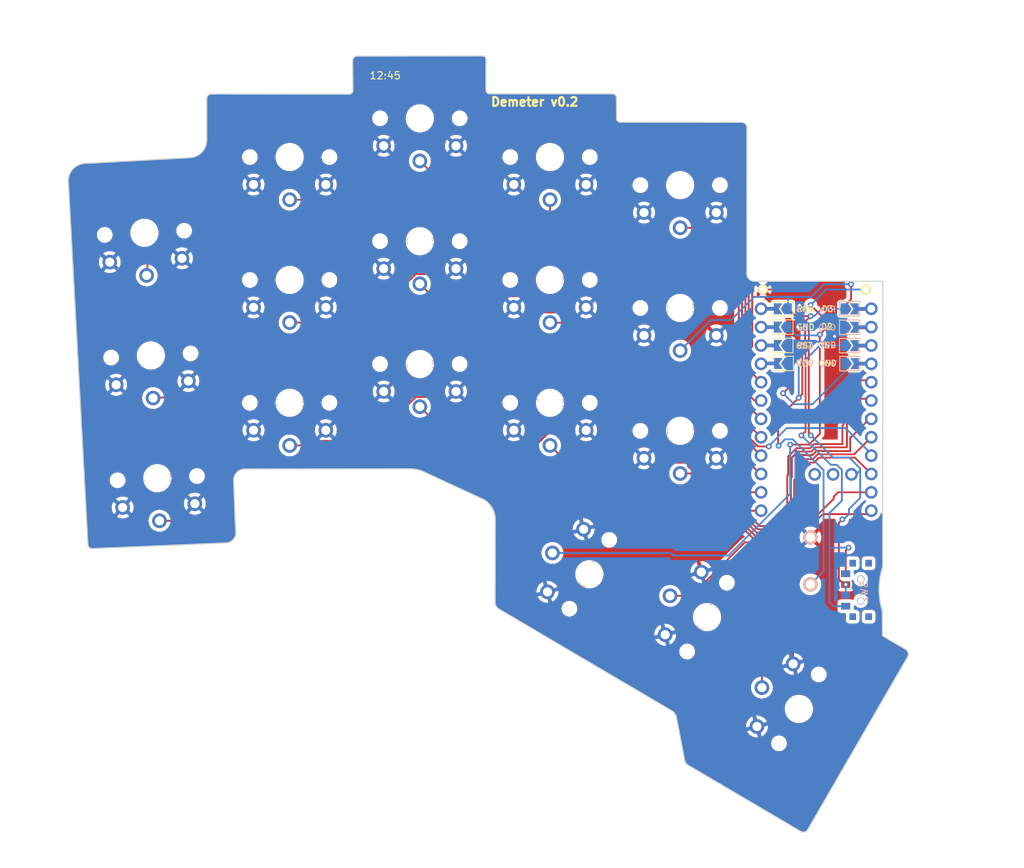
<source format=kicad_pcb>
(kicad_pcb (version 20221018) (generator pcbnew)
  (layers (0 "F.Cu" signal) (31 "B.Cu" signal) (34 "B.Paste" user) (35 "F.Paste" user) (36 "B.SilkS" user "B.Silkscreen") (37 "F.SilkS" user "F.Silkscreen") (38 "B.Mask" user) (39 "F.Mask" user) (44 "Edge.Cuts" user))
  (net 0 "")
  (net 1 "BT+")
  (net 2 "gnd")
  (net 3 "vcc")
  (net 4 "Switch18")
  (net 5 "reset")
  (net 6 "Switch1")
  (net 7 "Switch2")
  (net 8 "Switch3")
  (net 9 "Switch4")
  (net 10 "Switch5")
  (net 11 "Switch6")
  (net 12 "Switch7")
  (net 13 "Switch8")
  (net 14 "Switch9")
  (net 15 "Switch10")
  (net 16 "Switch11")
  (net 17 "Switch12")
  (net 18 "Switch13")
  (net 19 "Switch14")
  (net 20 "Switch15")
  (net 21 "Switch16")
  (net 22 "Switch17")
  (net 23 "raw")
  (footprint "kbd:1pin_conn_min" (layer "F.Cu") (at 183.571918 77.344)
    (fp_text reference "Bat+1" hide)
    (fp_text value "MountingHole_Pad" hide)
  )
  (footprint "kbd:1pin_conn_min" (layer "F.Cu") (at 169.347918 77.344)
    (fp_text reference "BatGND1" hide)
    (fp_text value "MountingHole_Pad" hide)
  )
  (footprint "Kailh:SW_PG1350_rev_DPB2.2" (layer "F.Cu") (at 83.824561 69.496826 3)
    (fp_text reference "SW2" hide)
    (fp_text value "SW_Push" hide)
  )
  (footprint "Kailh:SW_PG1350_rev_DPB2.2" (layer "F.Cu") (at 103.91 59.02)
    (fp_text reference "SW3" hide)
    (fp_text value "SW_Push" hide)
  )
  (footprint "Kailh:SW_PG1350_rev_DPB2.2" (layer "F.Cu") (at 121.91 53.66)
    (fp_text reference "SW4" hide)
    (fp_text value "SW_Push" hide)
  )
  (footprint "Kailh:SW_PG1350_rev_DPB2.2" (layer "F.Cu") (at 139.91 59.02)
    (fp_text reference "SW5" hide)
    (fp_text value "SW_Push" hide)
  )
  (footprint "Kailh:SW_PG1350_rev_DPB2.2" (layer "F.Cu") (at 157.91 62.9)
    (fp_text reference "SW6" hide)
    (fp_text value "SW_Push" hide)
  )
  (footprint "Kailh:SW_PG1350_rev_DPB2.2" (layer "F.Cu") (at 84.714271 86.473528 3)
    (fp_text reference "SW8" hide)
    (fp_text value "SW_Push" hide)
  )
  (footprint "Kailh:SW_PG1350_rev_DPB2.2" (layer "F.Cu") (at 103.91 76.02)
    (fp_text reference "SW9" hide)
    (fp_text value "SW_Push" hide)
  )
  (footprint "Kailh:SW_PG1350_rev_DPB2.2" (layer "F.Cu") (at 121.91 70.66)
    (fp_text reference "SW10" hide)
    (fp_text value "SW_Push" hide)
  )
  (footprint "Kailh:SW_PG1350_rev_DPB2.2" (layer "F.Cu") (at 139.91 76.02)
    (fp_text reference "SW11" hide)
    (fp_text value "SW_Push" hide)
  )
  (footprint "Kailh:SW_PG1350_rev_DPB2.2" (layer "F.Cu") (at 157.91 79.9)
    (fp_text reference "SW12" hide)
    (fp_text value "SW_Push" hide)
  )
  (footprint "Kailh:SW_PG1350_rev_DPB2.2" (layer "F.Cu") (at 85.603983 103.45023 3)
    (fp_text reference "SW14" hide)
    (fp_text value "SW_Push" hide)
  )
  (footprint "Kailh:SW_PG1350_rev_DPB2.2" (layer "F.Cu") (at 103.91 93.02)
    (fp_text reference "SW15" hide)
    (fp_text value "SW_Push" hide)
  )
  (footprint "Kailh:SW_PG1350_rev_DPB2.2" (layer "F.Cu") (at 121.91 87.66)
    (fp_text reference "SW16" hide)
    (fp_text value "SW_Push" hide)
  )
  (footprint "Kailh:SW_PG1350_rev_DPB2.2" (layer "F.Cu") (at 139.91 93.02)
    (fp_text reference "SW17" hide)
    (fp_text value "SW_Push" hide)
  )
  (footprint "Kailh:SW_PG1350_rev_DPB2.2" (layer "F.Cu") (at 157.91 96.9)
    (fp_text reference "SW18" hide)
    (fp_text value "SW_Push" hide)
  )
  (footprint "Kailh:SW_PG1350_rev_DPB2.2" (layer "F.Cu") (at 161.624075 122.677892 -120)
    (fp_text reference "SW20" hide)
    (fp_text value "SW_Push" hide)
  )
  (footprint "Kailh:SW_PG1350_15_reversible_b2V2" (layer "F.Cu") (at 174.324075 135.377892 -120)
    (fp_text reference "SW21" hide)
    (fp_text value "SW_Push" hide)
  )
  (footprint "Kailh:SPDT_C128955" (layer "F.Cu") (at 182.88 118.916037 -90)
    (fp_text reference "SW_POWER1" hide)
    (fp_text value "SW_SPDT")
  )
  (footprint "kbd:ProMicroSimpleJumperDPBnn2" (layer "F.Cu") (at 178.745918 91.948)
    (fp_text reference "U1" hide)
    (fp_text value "ProMicro-kbd" hide)
  )
  (footprint "Kailh:SW_PG1350_rev_DPB2.2" (layer "F.Cu") (at 145.35 116.74686 -120)
    (fp_text reference "SW20" hide)
    (fp_text value "SW_Push" hide)
  )
  (footprint "kbd:ResetSW" (layer "B.Cu") (at 175.925 114.89 90)
    (fp_text reference "RSW1" hide)
    (fp_text value "SW_Push")
  )
  (footprint "Kailh:SPDT_C128955r" (layer "B.Cu") (at 182.857195 118.912129 90)
    (fp_text reference "SW2")
    (fp_text value "SW_SPDT")
  )
  (gr_line (start 92.434593 50.911574) (end 92.446098 56.582542) (stroke (width 0.15)) (layer "Edge.Cuts"))
  (gr_line (start 167.152226 54.98124) (end 167.132 75.098515) (stroke (width 0.15)) (layer "Edge.Cuts"))
  (gr_line (start 122.85 102.76) (end 130.845241 106.456764) (stroke (width 0.15)) (layer "Edge.Cuts"))
  (gr_arc (start 131.564 50.264) (mid 131.210447 50.117553) (end 131.064 49.764) (stroke (width 0.15)) (layer "Edge.Cuts"))
  (gr_arc (start 130.564 45.014) (mid 130.917553 45.160447) (end 131.064 45.514) (stroke (width 0.15)) (layer "Edge.Cuts"))
  (gr_line (start 76.001082 112.569869) (end 73.288472 62.196856) (stroke (width 0.15)) (layer "Edge.Cuts"))
  (gr_arc (start 185.868101 121.827278) (mid 185.42487 118.778881) (end 185.911057 115.737038) (stroke (width 0.15)) (layer "Edge.Cuts"))
  (gr_line (start 132.784652 121.52306) (end 156.89 135.72) (stroke (width 0.15)) (layer "Edge.Cuts"))
  (gr_line (start 112.656447 49.806447) (end 112.614589 45.671567) (stroke (width 0.15)) (layer "Edge.Cuts"))
  (gr_line (start 148.574 50.264) (end 131.564 50.264) (stroke (width 0.15)) (layer "Edge.Cuts"))
  (gr_line (start 95.212469 112.409054) (end 76.632508 113.194884) (stroke (width 0.15)) (layer "Edge.Cuts"))
  (gr_arc (start 148.574 50.264) (mid 148.945918 50.432896) (end 149.098 50.812) (stroke (width 0.15)) (layer "Edge.Cuts"))
  (gr_line (start 130.564 45.014) (end 113.254589 45.041567) (stroke (width 0.15)) (layer "Edge.Cuts"))
  (gr_arc (start 166.49 54.22) (mid 166.977781 54.464323) (end 167.152226 54.98124) (stroke (width 0.15)) (layer "Edge.Cuts"))
  (gr_line (start 112.156447 50.306447) (end 93.074593 50.281574) (stroke (width 0.15)) (layer "Edge.Cuts"))
  (gr_line (start 175.49 152.180001) (end 189.38 128.15) (stroke (width 0.15)) (layer "Edge.Cuts"))
  (gr_arc (start 96.16 103.73) (mid 96.615058 102.63798) (end 97.71 102.19) (stroke (width 0.15)) (layer "Edge.Cuts"))
  (gr_line (start 96.46 111.19) (end 96.16 103.73) (stroke (width 0.15)) (layer "Edge.Cuts"))
  (gr_arc (start 120.5 102.16) (mid 121.712838 102.311802) (end 122.85 102.76) (stroke (width 0.15)) (layer "Edge.Cuts"))
  (gr_arc (start 112.656447 49.806447) (mid 112.51 50.16) (end 112.156447 50.306447) (stroke (width 0.15)) (layer "Edge.Cuts"))
  (gr_arc (start 92.434593 50.911574) (mid 92.63 50.47) (end 93.074593 50.281574) (stroke (width 0.15)) (layer "Edge.Cuts"))
  (gr_arc (start 168.026236 76.197223) (mid 167.368638 75.819177) (end 167.132 75.098515) (stroke (width 0.15)) (layer "Edge.Cuts"))
  (gr_line (start 185.868101 121.827278) (end 185.88305 125.2612) (stroke (width 0.15)) (layer "Edge.Cuts"))
  (gr_arc (start 175.49 152.180001) (mid 175.108624 152.419527) (end 174.66 152.38) (stroke (width 0.15)) (layer "Edge.Cuts"))
  (gr_arc (start 76.632508 113.194884) (mid 76.182353 113.018182) (end 76.001082 112.569869) (stroke (width 0.15)) (layer "Edge.Cuts"))
  (gr_line (start 166.49 54.22) (end 149.618226 54.19924) (stroke (width 0.15)) (layer "Edge.Cuts"))
  (gr_line (start 90.188006 59.092542) (end 75.756732 59.893213) (stroke (width 0.15)) (layer "Edge.Cuts"))
  (gr_line (start 132.335241 109.256764) (end 132.314652 120.48306) (stroke (width 0.15)) (layer "Edge.Cuts"))
  (gr_arc (start 92.446098 56.582542) (mid 91.82 58.29) (end 90.188006 59.092542) (stroke (width 0.15)) (layer "Edge.Cuts"))
  (gr_arc (start 96.46 111.19) (mid 96.038698 112.00672) (end 95.212469 112.409054) (stroke (width 0.15)) (layer "Edge.Cuts"))
  (gr_arc (start 130.845241 106.456764) (mid 131.96 107.66) (end 132.335241 109.256764) (stroke (width 0.15)) (layer "Edge.Cuts"))
  (gr_arc (start 156.89 135.72) (mid 157.187676 136.046512) (end 157.374342 136.446985) (stroke (width 0.15)) (layer "Edge.Cuts"))
  (gr_arc (start 132.784652 121.52306) (mid 132.412883 121.064871) (end 132.314652 120.48306) (stroke (width 0.15)) (layer "Edge.Cuts"))
  (gr_arc (start 73.288472 62.196856) (mid 74.061003 60.550446) (end 75.756732 59.893213) (stroke (width 0.15)) (layer "Edge.Cuts"))
  (gr_line (start 189.06 127.11) (end 185.88305 125.2612) (stroke (width 0.15)) (layer "Edge.Cuts"))
  (gr_arc (start 112.614589 45.671567) (mid 112.81 45.23) (end 113.254589 45.041567) (stroke (width 0.15)) (layer "Edge.Cuts"))
  (gr_line (start 185.936622 76.202776) (end 168.026236 76.197223) (stroke (width 0.15)) (layer "Edge.Cuts"))
  (gr_line (start 149.118226 53.69924) (end 149.098 50.812) (stroke (width 0.15)) (layer "Edge.Cuts"))
  (gr_line (start 185.936622 76.202776) (end 185.911057 115.737038) (stroke (width 0.15)) (layer "Edge.Cuts"))
  (gr_arc (start 189.06 127.11) (mid 189.433894 127.564186) (end 189.38 128.15) (stroke (width 0.15)) (layer "Edge.Cuts"))
  (gr_arc (start 158.918624 143.109539) (mid 158.654126 142.831891) (end 158.528624 142.469539) (stroke (width 0.15)) (layer "Edge.Cuts"))
  (gr_arc (start 149.618226 54.19924) (mid 149.264673 54.052793) (end 149.118226 53.69924) (stroke (width 0.15)) (layer "Edge.Cuts"))
  (gr_line (start 97.71 102.19) (end 120.5 102.16) (stroke (width 0.15)) (layer "Edge.Cuts"))
  (gr_line (start 157.374342 136.446985) (end 158.528624 142.469539) (stroke (width 0.15)) (layer "Edge.Cuts"))
  (gr_line (start 131.064 49.764) (end 131.064 45.514) (stroke (width 0.15)) (layer "Edge.Cuts"))
  (gr_line (start 158.918624 143.109539) (end 174.66 152.38) (stroke (width 0.15)) (layer "Edge.Cuts"))
  (gr_text "Demeter v0.2" (at 131.59 52.09) (layer "F.SilkS") (effects (font (size 1.2 1.2) (thickness 0.3) bold) (justify left bottom)))
  (gr_text "12:45" (at 114.88 48.33) (layer "F.SilkS") (effects (font (size 1 1)) (justify left bottom)))
  (segment (start 180.805 118.166037) (end 180.58 118.166037) (width 0.25) (layer "F.Cu") (net 1))
  (segment (start 179.855 117.441037) (end 179.855 109.634918) (width 0.25) (layer "F.Cu") (net 1))
  (segment (start 175.697918 97.2615) (end 175.697918 83.058) (width 0.25) (layer "F.Cu") (net 1))
  (segment (start 175.697918 83.058) (end 177.475918 81.28) (width 0.25) (layer "F.Cu") (net 1))
  (segment (start 177.475918 81.28) (end 177.475918 81.026) (width 0.25) (layer "F.Cu") (net 1))
  (segment (start 180.58 118.166037) (end 179.855 117.441037) (width 0.25) (layer "F.Cu") (net 1))
  (segment (start 179.855 109.634918) (end 180.34 109.149918) (width 0.25) (layer "F.Cu") (net 1))
  (segment (start 177.475918 81.026) (end 175.951918 79.502) (width 0.25) (layer "F.Cu") (net 1))
  (segment (start 175.972418 97.536) (end 175.697918 97.2615) (width 0.25) (layer "F.Cu") (net 1))
  (via (at 180.34 109.149918) (size 0.8) (drill 0.4) (layers "F.Cu" "B.Cu") (net 1))
  (via (at 175.951918 79.502) (size 0.8) (drill 0.4) (layers "F.Cu" "B.Cu") (net 1))
  (via (at 175.972418 97.536) (size 0.8) (drill 0.4) (layers "F.Cu" "B.Cu") (net 1))
  (via (at 180.805 118.166037) (size 0.8) (drill 0.4) (layers "F.Cu" "B.Cu") (net 1))
  (segment (start 179.020418 100.584) (end 181.285918 100.584) (width 0.25) (layer "B.Cu") (net 1))
  (segment (start 181.285918 100.584) (end 182.809918 102.108) (width 0.25) (layer "B.Cu") (net 1))
  (segment (start 175.972418 97.536) (end 179.020418 100.584) (width 0.25) (layer "B.Cu") (net 1))
  (segment (start 182.809918 105.41) (end 182.809918 105.664) (width 0.25) (layer "B.Cu") (net 1))
  (segment (start 182.809918 102.36) (end 182.809918 105.41) (width 0.25) (layer "B.Cu") (net 1))
  (segment (start 182.809918 106.172) (end 182.809918 105.41) (width 0.25) (layer "B.Cu") (net 1))
  (segment (start 180.805 119.639324) (end 180.782195 119.662129) (width 0.25) (layer "B.Cu") (net 1))
  (segment (start 180.534 109.149918) (end 181.247 108.436918) (width 0.25) (layer "B.Cu") (net 1))
  (segment (start 181.247 107.734918) (end 182.809918 106.172) (width 0.25) (layer "B.Cu") (net 1))
  (segment (start 180.34 109.149918) (end 180.534 109.149918) (width 0.25) (layer "B.Cu") (net 1))
  (segment (start 182.251918 102.918) (end 182.809918 102.36) (width 0.25) (layer "B.Cu") (net 1))
  (segment (start 181.247 108.436918) (end 181.247 107.734918) (width 0.25) (layer "B.Cu") (net 1))
  (segment (start 183.571918 77.344) (end 178.109918 77.344) (width 0.25) (layer "B.Cu") (net 1))
  (segment (start 178.109918 77.344) (end 175.951918 79.502) (width 0.25) (layer "B.Cu") (net 1))
  (segment (start 182.809918 102.108) (end 182.809918 102.36) (width 0.25) (layer "B.Cu") (net 1))
  (segment (start 181.595918 102.918) (end 182.251918 102.918) (width 0.25) (layer "B.Cu") (net 1))
  (segment (start 180.805 118.166037) (end 180.805 119.639324) (width 0.25) (layer "B.Cu") (net 1))
  (segment (start 180.615918 85.128) (end 180.660918 85.173) (width 0.25) (layer "F.Cu") (net 2))
  (segment (start 174.427918 79.248) (end 174.427918 79.502) (width 0.25) (layer "F.Cu") (net 2))
  (segment (start 173.533178 114.031822) (end 173.533178 129.147765) (width 0.25) (layer "F.Cu") (net 2))
  (segment (start 169.347918 77.344) (end 172.523918 77.344) (width 0.25) (layer "F.Cu") (net 2))
  (segment (start 172.523918 77.344) (end 174.427918 79.248) (width 0.25) (layer "F.Cu") (net 2))
  (segment (start 180.615918 85.128) (end 180.561918 85.128) (width 0.25) (layer "F.Cu") (net 2))
  (segment (start 175.925 111.64) (end 173.533178 114.031822) (width 0.25) (layer "F.Cu") (net 2))
  (segment (start 172.840918 82.548) (end 174.171918 82.548) (width 0.25) (layer "F.Cu") (net 2))
  (segment (start 180.660918 85.173) (end 180.660918 87.618) (width 0.25) (layer "F.Cu") (net 2))
  (segment (start 180.561918 85.128) (end 179.253918 83.82) (width 0.25) (layer "F.Cu") (net 2))
  (via (at 179.253918 83.82) (size 0.8) (drill 0.4) (layers "F.Cu" "B.Cu") (net 2))
  (via (at 174.427918 79.502) (size 0.8) (drill 0.4) (layers "F.Cu" "B.Cu") (net 2))
  (via (at 174.171918 82.548) (size 0.8) (drill 0.4) (layers "F.Cu" "B.Cu") (net 2))
  (segment (start 161.894001 99.684001) (end 162.91 100.7) (width 0.25) (layer "B.Cu") (net 2))
  (segment (start 174.171918 82.548) (end 177.981918 82.548) (width 0.25) (layer "B.Cu") (net 2))
  (segment (start 174.171918 82.548) (end 174.171918 79.758) (width 0.25) (layer "B.Cu") (net 2))
  (segment (start 180.525918 82.548) (end 179.253918 83.82) (width 0.25) (layer "B.Cu") (net 2))
  (segment (start 172.860918 85.133) (end 172.815918 85.088) (width 0.25) (layer "B.Cu") (net 2))
  (segment (start 172.860918 87.578) (end 172.860918 85.133) (width 0.25) (layer "B.Cu") (net 2))
  (segment (start 174.171918 79.758) (end 174.427918 79.502) (width 0.25) (layer "B.Cu") (net 2))
  (segment (start 161.894001 84.715999) (end 161.894001 99.684001) (width 0.25) (layer "B.Cu") (net 2))
  (segment (start 177.981918 82.548) (end 179.253918 83.82) (width 0.25) (layer "B.Cu") (net 2))
  (segment (start 178.491918 84.582) (end 173.321918 84.582) (width 0.25) (layer "B.Cu") (net 2))
  (segment (start 173.321918 84.582) (end 172.815918 85.088) (width 0.25) (layer "B.Cu") (net 2))
  (segment (start 180.590918 82.548) (end 180.525918 82.548) (width 0.25) (layer "B.Cu") (net 2))
  (segment (start 179.253918 83.82) (end 178.491918 84.582) (width 0.25) (layer "B.Cu") (net 2))
  (segment (start 162.91 83.7) (end 161.894001 84.715999) (width 0.25) (layer "B.Cu") (net 2))
  (segment (start 172.885918 90.95) (end 172.141918 91.694) (width 0.25) (layer "F.Cu") (net 3))
  (segment (start 172.885918 87.578) (end 172.885918 90.95) (width 0.25) (layer "F.Cu") (net 3))
  (via (at 172.141918 91.694) (size 0.8) (drill 0.4) (layers "F.Cu" "B.Cu") (net 3))
  (segment (start 176.205918 93.218) (end 173.665918 93.218) (width 0.25) (layer "B.Cu") (net 3))
  (segment (start 180.635918 88.788) (end 176.205918 93.218) (width 0.25) (layer "B.Cu") (net 3))
  (segment (start 180.635918 87.578) (end 180.635918 88.788) (width 0.25) (layer "B.Cu") (net 3))
  (segment (start 173.665918 93.218) (end 172.141918 91.694) (width 0.25) (layer "B.Cu") (net 3))
  (segment (start 175.727723 98.806) (end 177.221918 97.311805) (width 0.25) (layer "F.Cu") (net 4))
  (segment (start 177.221918 97.311805) (end 177.221918 83.566) (width 0.25) (layer "F.Cu") (net 4))
  (segment (start 177.221918 83.566) (end 178.199918 82.588) (width 0.25) (layer "F.Cu") (net 4))
  (segment (start 178.199918 82.588) (end 180.615918 82.588) (width 0.25) (layer "F.Cu") (net 4))
  (segment (start 173.120418 98.806) (end 175.727723 98.806) (width 0.25) (layer "F.Cu") (net 4))
  (via (at 177.221918 83.566) (size 0.8) (drill 0.4) (layers "F.Cu" "B.Cu") (net 4))
  (via (at 173.120418 98.806) (size 0.8) (drill 0.4) (layers "F.Cu" "B.Cu") (net 4))
  (segment (start 176.967918 83.566) (end 176.840918 83.693) (width 0.25) (layer "B.Cu") (net 4))
  (segment (start 173.960918 83.693) (end 172.815918 82.548) (width 0.25) (layer "B.Cu") (net 4))
  (segment (start 173.120418 98.806) (end 173.120418 105.622395) (width 0.25) (layer "B.Cu") (net 4))
  (segment (start 164.592813 114.15) (end 156.99 114.15) (width 0.25) (layer "B.Cu") (net 4))
  (segment (start 176.840918 83.693) (end 173.960918 83.693) (width 0.25) (layer "B.Cu") (net 4))
  (segment (start 173.120418 105.622395) (end 164.592813 114.15) (width 0.25) (layer "B.Cu") (net 4))
  (segment (start 177.221918 83.566) (end 176.967918 83.566) (width 0.25) (layer "B.Cu") (net 4))
  (segment (start 156.99 114.15) (end 156.63686 113.79686) (width 0.25) (layer "B.Cu") (net 4))
  (segment (start 156.63686 113.79686) (end 140.24045 113.79686) (width 0.25) (layer "B.Cu") (net 4))
  (segment (start 171.45 95.179918) (end 174.300918 92.329) (width 0.25) (layer "F.Cu") (net 5))
  (segment (start 174.797918 91.832) (end 174.300918 92.329) (width 0.25) (layer "F.Cu") (net 5))
  (segment (start 173.663918 85.088) (end 174.797918 86.222) (width 0.25) (layer "F.Cu") (net 5))
  (segment (start 171.45 98.89) (end 171.45 95.179918) (width 0.25) (layer "F.Cu") (net 5))
  (segment (start 174.797918 86.222) (end 174.797918 91.832) (width 0.25) (layer "F.Cu") (net 5))
  (segment (start 172.840918 85.088) (end 173.663918 85.088) (width 0.25) (layer "F.Cu") (net 5))
  (segment (start 171.52 98.96) (end 171.45 98.89) (width 0.25) (layer "F.Cu") (net 5))
  (via (at 174.300918 92.329) (size 0.8) (drill 0.4) (layers "F.Cu" "B.Cu") (net 5))
  (via (at 171.52 98.96) (size 0.8) (drill 0.4) (layers "F.Cu" "B.Cu") (net 5))
  (segment (start 171.52 98.96) (end 172.399 98.081) (width 0.25) (layer "B.Cu") (net 5))
  (segment (start 177.74 116.325) (end 175.925 118.14) (width 0.25) (layer "B.Cu") (net 5))
  (segment (start 173.481 98.081) (end 177.74 102.34) (width 0.25) (layer "B.Cu") (net 5))
  (segment (start 172.399 98.081) (end 173.481 98.081) (width 0.25) (layer "B.Cu") (net 5))
  (segment (start 177.74 102.34) (end 177.74 116.325) (width 0.25) (layer "B.Cu") (net 5))
  (segment (start 177.223918 85.088) (end 174.300918 88.011) (width 0.25) (layer "B.Cu") (net 5))
  (segment (start 180.590918 85.088) (end 177.223918 85.088) (width 0.25) (layer "B.Cu") (net 5))
  (segment (start 174.300918 88.011) (end 174.300918 92.329) (width 0.25) (layer "B.Cu") (net 5))
  (segment (start 165.862 84.328) (end 165.1 85.09) (width 0.25) (layer "F.Cu") (net 6))
  (segment (start 86.966298 71.035103) (end 91.249936 71.409873) (width 0.25) (layer "F.Cu") (net 6))
  (segment (start 133.615833 65.36952) (end 138.884874 70.63856) (width 0.25) (layer "F.Cu") (net 6))
  (segment (start 112.268 65.36952) (end 133.615833 65.36952) (width 0.25) (layer "F.Cu") (net 6))
  (segment (start 165.390594 91.911406) (end 165.437078 91.911406) (width 0.25) (layer "F.Cu") (net 6))
  (segment (start 165.122 91.642812) (end 165.390594 91.911406) (width 0.25) (layer "F.Cu") (net 6))
  (segment (start 84.319965 73.255641) (end 86.966298 71.035103) (width 0.25) (layer "F.Cu") (net 6))
  (segment (start 104.83628 72.15876) (end 105.47876 72.15876) (width 0.25) (layer "F.Cu") (net 6))
  (segment (start 91.249936 71.409873) (end 91.868082 72.146551) (width 0.25) (layer "F.Cu") (net 6))
  (segment (start 168.669023 99.06) (end 170.18 99.06) (width 0.25) (layer "F.Cu") (net 6))
  (segment (start 152.07 74.17) (end 161.8 74.17) (width 0.25) (layer "F.Cu") (net 6))
  (segment (start 165.1 85.09) (end 165.1 86.21344) (width 0.25) (layer "F.Cu") (net 6))
  (segment (start 166.01344 78.38344) (end 166.01344 84.328) (width 0.25) (layer "F.Cu") (net 6))
  (segment (start 104.824071 72.146551) (end 104.83628 72.15876) (width 0.25) (layer "F.Cu") (net 6))
  (segment (start 166.622604 93.096932) (end 166.622604 97.013581) (width 0.25) (layer "F.Cu") (net 6))
  (segment (start 166.01344 84.328) (end 165.862 84.328) (width 0.25) (layer "F.Cu") (net 6))
  (segment (start 84.133343 75.38874) (end 84.319965 73.255641) (width 0.25) (layer "F.Cu") (net 6))
  (segment (start 166.622604 97.013581) (end 168.669023 99.06) (width 0.25) (layer "F.Cu") (net 6))
  (segment (start 91.868082 72.146551) (end 104.824071 72.146551) (width 0.25) (layer "F.Cu") (net 6))
  (segment (start 105.47876 72.15876) (end 112.268 65.36952) (width 0.25) (layer "F.Cu") (net 6))
  (segment (start 161.8 74.17) (end 166.01344 78.38344) (width 0.25) (layer "F.Cu") (net 6))
  (segment (start 165.1 86.21344) (end 165.122 86.23544) (width 0.25) (layer "F.Cu") (net 6))
  (segment (start 165.122 86.23544) (end 165.122 91.642812) (width 0.25) (layer "F.Cu") (net 6))
  (segment (start 165.437078 91.911406) (end 166.622604 93.096932) (width 0.25) (layer "F.Cu") (net 6))
  (segment (start 138.884874 70.63856) (end 148.53856 70.63856) (width 0.25) (layer "F.Cu") (net 6))
  (segment (start 148.53856 70.63856) (end 152.07 74.17) (width 0.25) (layer "F.Cu") (net 6))
  (via (at 170.18 99.06) (size 0.8) (drill 0.4) (layers "F.Cu" "B.Cu") (net 6))
  (segment (start 170.109918 99.06) (end 172.649918 96.52) (width 0.25) (layer "B.Cu") (net 6))
  (segment (start 180.769318 96.52) (end 184.325318 100.076) (width 0.25) (layer "B.Cu") (net 6))
  (segment (start 172.649918 96.52) (end 180.769318 96.52) (width 0.25) (layer "B.Cu") (net 6))
  (segment (start 166.46344 78.16) (end 166.46344 84.582) (width 0.25) (layer "F.Cu") (net 7))
  (segment (start 152.256396 73.72) (end 148.724956 70.18856) (width 0.25) (layer "F.Cu") (net 7))
  (segment (start 166.46344 84.582) (end 166.145242 84.900198) (width 0.25) (layer "F.Cu") (net 7))
  (segment (start 139.444823 70.18904) (end 139.445303 70.18856) (width 0.25) (layer "F.Cu") (net 7))
  (segment (start 103.91 64.92) (end 133.802031 64.92) (width 0.25) (layer "F.Cu") (net 7))
  (segment (start 161.55 73.72) (end 161.986396 73.72) (width 0.25) (layer "F.Cu") (net 7))
  (segment (start 139.071071 70.18904) (end 139.444823 70.18904) (width 0.25) (layer "F.Cu") (net 7))
  (segment (start 167.098959 95.791041) (end 169.095918 97.788) (width 0.25) (layer "F.Cu") (net 7))
  (segment (start 165.618484 91.456416) (end 167.098959 92.936891) (width 0.25) (layer "F.Cu") (net 7))
  (segment (start 148.724956 70.18856) (end 139.445303 70.18856) (width 0.25) (layer "F.Cu") (net 7))
  (segment (start 165.572 85.254396) (end 165.572 91.456416) (width 0.25) (layer "F.Cu") (net 7))
  (segment (start 166.426396 78.16) (end 166.46344 78.16) (width 0.25) (layer "F.Cu") (net 7))
  (segment (start 166.145242 84.900198) (end 165.926198 84.900198) (width 0.25) (layer "F.Cu") (net 7))
  (segment (start 165.572 91.456416) (end 165.618484 91.456416) (width 0.25) (layer "F.Cu") (net 7))
  (segment (start 161.91 73.72) (end 161.55 73.72) (width 0.25) (layer "F.Cu") (net 7))
  (segment (start 161.55 73.72) (end 152.256396 73.72) (width 0.25) (layer "F.Cu") (net 7))
  (segment (start 167.098959 92.936891) (end 167.098959 95.791041) (width 0.25) (layer "F.Cu") (net 7))
  (segment (start 161.986396 73.72) (end 166.426396 78.16) (width 0.25) (layer "F.Cu") (net 7))
  (segment (start 133.802031 64.92) (end 139.071071 70.18904) (width 0.25) (layer "F.Cu") (net 7))
  (segment (start 165.926198 84.900198) (end 165.572 85.254396) (width 0.25) (layer "F.Cu") (net 7))
  (segment (start 166.022 85.659836) (end 166.022 91.186) (width 0.25) (layer "F.Cu") (net 8))
  (segment (start 166.845836 84.836) (end 166.022 85.659836) (width 0.25) (layer "F.Cu") (net 8))
  (segment (start 167.606959 93.759041) (end 169.095918 95.248) (width 0.25) (layer "F.Cu") (net 8))
  (segment (start 167.64 93.726) (end 167.606959 93.759041) (width 0.25) (layer "F.Cu") (net 8))
  (segment (start 152.442792 73.27) (end 162.494396 73.27) (width 0.25) (layer "F.Cu") (net 8))
  (segment (start 166.022 91.186) (end 167.64 92.804) (width 0.25) (layer "F.Cu") (net 8))
  (segment (start 162.494396 73.27) (end 163.652198 74.427802) (width 0.25) (layer "F.Cu") (net 8))
  (segment (start 133.988427 64.47) (end 139.257947 69.73952) (width 0.25) (layer "F.Cu") (net 8))
  (segment (start 126.82 64.47) (end 133.988427 64.47) (width 0.25) (layer "F.Cu") (net 8))
  (segment (start 166.936 77.711604) (end 166.936 84.836) (width 0.25) (layer "F.Cu") (net 8))
  (segment (start 139.258907 69.73856) (end 148.911352 69.73856) (width 0.25) (layer "F.Cu") (net 8))
  (segment (start 167.64 92.804) (end 167.64 93.726) (width 0.25) (layer "F.Cu") (net 8))
  (segment (start 148.911352 69.73856) (end 152.442792 73.27) (width 0.25) (layer "F.Cu") (net 8))
  (segment (start 139.257947 69.73952) (end 139.258907 69.73856) (width 0.25) (layer "F.Cu") (net 8))
  (segment (start 163.652198 74.427802) (end 166.936 77.711604) (width 0.25) (layer "F.Cu") (net 8))
  (segment (start 166.936 84.836) (end 166.845836 84.836) (width 0.25) (layer "F.Cu") (net 8))
  (segment (start 121.91 59.56) (end 126.82 64.47) (width 0.25) (layer "F.Cu") (net 8))
  (segment (start 166.472 90.999604) (end 168.180396 92.708) (width 0.25) (layer "F.Cu") (net 9))
  (segment (start 149.097748 69.28856) (end 142.20856 69.28856) (width 0.25) (layer "F.Cu") (net 9))
  (segment (start 139.91 66.99) (end 139.91 64.92) (width 0.25) (layer "F.Cu") (net 9))
  (segment (start 142.20856 69.28856) (end 139.91 66.99) (width 0.25) (layer "F.Cu") (net 9))
  (segment (start 154.032 72.782) (end 154.03 72.78) (width 0.25) (layer "F.Cu") (net 9))
  (segment (start 162.778 72.782) (end 154.032 72.782) (width 0.25) (layer "F.Cu") (net 9))
  (segment (start 167.386 77.978) (end 167.386 85.09) (width 0.25) (layer "F.Cu") (net 9))
  (segment (start 153.99 72.82) (end 152.629188 72.82) (width 0.25) (layer "F.Cu") (net 9))
  (segment (start 154.03 72.78) (end 153.99 72.82) (width 0.25) (layer "F.Cu") (net 9))
  (segment (start 152.629188 72.82) (end 149.097748 69.28856) (width 0.25) (layer "F.Cu") (net 9))
  (segment (start 167.386 77.39) (end 167.386 77.978) (width 0.25) (layer "F.Cu") (net 9))
  (segment (start 162.778 72.782) (end 167.386 77.39) (width 0.25) (layer "F.Cu") (net 9))
  (segment (start 166.472 86.004) (end 166.472 90.999604) (width 0.25) (layer "F.Cu") (net 9))
  (segment (start 167.386 85.09) (end 166.472 86.004) (width 0.25) (layer "F.Cu") (net 9))
  (segment (start 168.180396 92.708) (end 169.095918 92.708) (width 0.25) (layer "F.Cu") (net 9))
  (segment (start 159.432396 68.8) (end 157.91 68.8) (width 0.25) (layer "F.Cu") (net 10))
  (segment (start 167.848396 77.216) (end 159.432396 68.8) (width 0.25) (layer "F.Cu") (net 10))
  (segment (start 167.86952 77.216) (end 167.848396 77.216) (width 0.25) (layer "F.Cu") (net 10))
  (segment (start 169.095918 90.168) (end 167.065918 88.138) (width 0.25) (layer "F.Cu") (net 10))
  (segment (start 167.86952 85.242876) (end 167.86952 77.216) (width 0.25) (layer "F.Cu") (net 10))
  (segment (start 166.922 88.138) (end 166.922 86.190396) (width 0.25) (layer "F.Cu") (net 10))
  (segment (start 166.922 86.190396) (end 167.86952 85.242876) (width 0.25) (layer "F.Cu") (net 10))
  (segment (start 167.065918 88.138) (end 166.922 88.138) (width 0.25) (layer "F.Cu") (net 10))
  (segment (start 164.672 91.829208) (end 166.060792 93.218) (width 0.25) (layer "F.Cu") (net 11))
  (segment (start 166.107276 93.218) (end 166.107276 97.339358) (width 0.25) (layer "F.Cu") (net 11))
  (segment (start 93.531815 90.511352) (end 91.741833 92.013326) (width 0.25) (layer "F.Cu") (net 11))
  (segment (start 163.161188 87.62) (end 164.672 89.130812) (width 0.25) (layer "F.Cu") (net 11))
  (segment (start 93.632037 88.485963) (end 102.616 79.502) (width 0.25) (layer "F.Cu") (net 11))
  (segment (start 141.978112 79.61896) (end 149.284198 86.925046) (width 0.25) (layer "F.Cu") (net 11))
  (segment (start 150.33 87.62) (end 163.161188 87.62) (width 0.25) (layer "F.Cu") (net 11))
  (segment (start 123.469969 74.749969) (end 126.095 77.375) (width 0.25) (layer "F.Cu") (net 11))
  (segment (start 126.095 77.375) (end 136.430717 77.375) (width 0.25) (layer "F.Cu") (net 11))
  (segment (start 138.674677 79.61896) (end 141.978112 79.61896) (width 0.25) (layer "F.Cu") (net 11))
  (segment (start 164.672 89.130812) (end 164.672 91.829208) (width 0.25) (layer "F.Cu") (net 11))
  (segment (start 166.060792 93.218) (end 166.107276 93.218) (width 0.25) (layer "F.Cu") (net 11))
  (segment (start 93.632037 89.365814) (end 93.632037 88.485963) (width 0.25) (layer "F.Cu") (net 11))
  (segment (start 121.168543 74.749969) (end 123.469969 74.749969) (width 0.25) (layer "F.Cu") (net 11))
  (segment (start 107.188 81.46048) (end 114.458032 81.46048) (width 0.25) (layer "F.Cu") (net 11))
  (segment (start 166.107276 97.339358) (end 169.095918 100.328) (width 0.25) (layer "F.Cu") (net 11))
  (segment (start 85.023054 92.365442) (end 91.741833 92.013326) (width 0.25) (layer "F.Cu") (net 11))
  (segment (start 136.430717 77.375) (end 138.674677 79.61896) (width 0.25) (layer "F.Cu") (net 11))
  (segment (start 149.284198 86.925046) (end 149.635046 86.925046) (width 0.25) (layer "F.Cu") (net 11))
  (segment (start 114.458032 81.46048) (end 121.168543 74.749969) (width 0.25) (layer "F.Cu") (net 11))
  (segment (start 102.616 79.502) (end 105.22952 79.502) (width 0.25) (layer "F.Cu") (net 11))
  (segment (start 105.22952 79.502) (end 107.188 81.46048) (width 0.25) (layer "F.Cu") (net 11))
  (segment (start 93.632037 89.365814) (end 93.531815 90.511352) (width 0.25) (layer "F.Cu") (net 11))
  (segment (start 149.635046 86.925046) (end 150.33 87.62) (width 0.25) (layer "F.Cu") (net 11))
  (segment (start 149.154566 87.430453) (end 149.794113 88.07) (width 0.25) (layer "F.Cu") (net 12))
  (segment (start 136.76 78.34) (end 138.48848 80.06848) (width 0.25) (layer "F.Cu") (net 12))
  (segment (start 167.299741 101.178259) (end 169.4294 103.307918) (width 0.25) (layer "F.Cu") (net 12))
  (segment (start 141.791914 80.06848) (end 149.098 87.374566) (width 0.25) (layer "F.Cu") (net 12))
  (segment (start 167.136304 101.014822) (end 167.299741 101.178259) (width 0.25) (layer "F.Cu") (net 12))
  (segment (start 164.222 89.317208) (end 164.222 92.015604) (width 0.25) (layer "F.Cu") (net 12))
  (segment (start 149.794113 88.07) (end 162.974792 88.07) (width 0.25) (layer "F.Cu") (net 12))
  (segment (start 136.652 78.232) (end 136.76 78.34) (width 0.25) (layer "F.Cu") (net 12))
  (segment (start 121.354741 75.199489) (end 122.903489 75.199489) (width 0.25) (layer "F.Cu") (net 12))
  (segment (start 125.529 77.825) (end 136.245 77.825) (width 0.25) (layer "F.Cu") (net 12))
  (segment (start 149.098 87.374566) (end 149.154566 87.374566) (width 0.25) (layer "F.Cu") (net 12))
  (segment (start 162.974792 88.07) (end 164.222 89.317208) (width 0.25) (layer "F.Cu") (net 12))
  (segment (start 165.657276 93.45088) (end 165.657276 99.535794) (width 0.25) (layer "F.Cu") (net 12))
  (segment (start 138.48848 80.06848) (end 141.791914 80.06848) (width 0.25) (layer "F.Cu") (net 12))
  (segment (start 164.222 92.015604) (end 165.657276 93.45088) (width 0.25) (layer "F.Cu") (net 12))
  (segment (start 103.91 81.92) (end 114.63423 81.92) (width 0.25) (layer "F.Cu") (net 12))
  (segment (start 114.63423 81.92) (end 121.354741 75.199489) (width 0.25) (layer "F.Cu") (net 12))
  (segment (start 122.903489 75.199489) (end 125.529 77.825) (width 0.25) (layer "F.Cu") (net 12))
  (segment (start 165.657276 99.535794) (end 167.299741 101.178259) (width 0.25) (layer "F.Cu") (net 12))
  (segment (start 136.245 77.825) (end 136.76 78.34) (width 0.25) (layer "F.Cu") (net 12))
  (segment (start 149.154566 87.374566) (end 149.154566 87.430453) (width 0.25) (layer "F.Cu") (net 12))
  (segment (start 138.76 80.51848) (end 138.302084 80.51848) (width 0.25) (layer "F.Cu") (net 13))
  (segment (start 138.302084 80.51848) (end 136.058604 78.275) (width 0.25) (layer "F.Cu") (net 13))
  (segment (start 141.605717 80.518) (end 149.607717 88.52) (width 0.25) (layer "F.Cu") (net 13))
  (segment (start 163.772 92.202) (end 165.207276 93.637276) (width 0.25) (layer "F.Cu") (net 13))
  (segment (start 165.207276 93.637276) (end 165.207276 103.011328) (width 0.25) (layer "F.Cu") (net 13))
  (segment (start 123.625 78.275) (end 121.91 76.56) (width 0.25) (layer "F.Cu") (net 13))
  (segment (start 167.603948 105.408) (end 169.095918 105.408) (width 0.25) (layer "F.Cu") (net 13))
  (segment (start 136.058604 78.275) (end 123.625 78.275) (width 0.25) (layer "F.Cu") (net 13))
  (segment (start 163.772 89.503604) (end 163.772 92.202) (width 0.25) (layer "F.Cu") (net 13))
  (segment (start 162.788396 88.52) (end 163.772 89.503604) (width 0.25) (layer "F.Cu") (net 13))
  (segment (start 165.207276 103.011328) (end 167.603948 105.408) (width 0.25) (layer "F.Cu") (net 13))
  (segment (start 149.607717 88.52) (end 162.788396 88.52) (width 0.25) (layer "F.Cu") (net 13))
  (segment (start 138.76 80.51848) (end 139.68952 80.51848) (width 0.25) (layer "F.Cu") (net 13))
  (segment (start 139.68952 80.51848) (end 139.69 80.518) (width 0.25) (layer "F.Cu") (net 13))
  (segment (start 138.76 80.51848) (end 138.22848 80.51848) (width 0.25) (layer "F.Cu") (net 13))
  (segment (start 139.69 80.518) (end 141.605717 80.518) (width 0.25) (layer "F.Cu") (net 13))
  (segment (start 164.757276 93.891276) (end 164.757276 103.197724) (width 0.25) (layer "F.Cu") (net 14))
  (segment (start 166.8705 107.4345) (end 167.3935 107.9575) (width 0.25) (layer "F.Cu") (net 14))
  (segment (start 166.8705 105.310948) (end 166.8705 107.4345) (width 0.25) (layer "F.Cu") (net 14))
  (segment (start 163.322 89.69) (end 163.322 92.456) (width 0.25) (layer "F.Cu") (net 14))
  (segment (start 167.3935 107.9575) (end 169.086418 107.9575) (width 0.25) (layer "F.Cu") (net 14))
  (segment (start 169.086418 107.9575) (end 169.095918 107.948) (width 0.25) (layer "F.Cu") (net 14))
  (segment (start 162.602 88.97) (end 163.322 89.69) (width 0.25) (layer "F.Cu") (net 14))
  (segment (start 139.954 81.932) (end 142.384 81.932) (width 0.25) (layer "F.Cu") (net 14))
  (segment (start 142.384 81.932) (end 149.422 88.97) (width 0.25) (layer "F.Cu") (net 14))
  (segment (start 163.322 92.456) (end 164.757276 93.891276) (width 0.25) (layer "F.Cu") (net 14))
  (segment (start 149.422 88.97) (end 162.602 88.97) (width 0.25) (layer "F.Cu") (net 14))
  (segment (start 164.757276 103.197724) (end 166.8705 105.310948) (width 0.25) (layer "F.Cu") (net 14))
  (segment (start 181.539918 76.6195) (end 181.539918 78.71438) (width 0.25) (layer "F.Cu") (net 15))
  (segment (start 181.539918 78.71438) (end 180.615918 79.63838) (width 0.25) (layer "F.Cu") (net 15))
  (segment (start 180.615918 79.63838) (end 180.615918 80.048) (width 0.25) (layer "F.Cu") (net 15))
  (via (at 181.539918 76.6195) (size 0.8) (drill 0.4) (layers "F.Cu" "B.Cu") (net 15))
  (segment (start 172.89 78.3675) (end 168.138961 78.3675) (width 0.25) (layer "B.Cu") (net 15))
  (segment (start 162.146769 81.563231) (end 164.943231 81.563231) (width 0.25) (layer "B.Cu") (net 15))
  (segment (start 176.052 78.3675) (end 172.89 78.3675) (width 0.25) (layer "B.Cu") (net 15))
  (segment (start 172.815918 80.008) (end 172.815918 78.441582) (width 0.25) (layer "B.Cu") (net 15))
  (segment (start 172.815918 80.008) (end 172.649918 80.174) (width 0.25) (layer "B.Cu") (net 15))
  (segment (start 177.8 76.6195) (end 176.052 78.3675) (width 0.25) (layer "B.Cu") (net 15))
  (segment (start 172.649918 80.174) (end 172.649918 80.58362) (width 0.25) (layer "B.Cu") (net 15))
  (segment (start 181.539918 76.6195) (end 177.8 76.6195) (width 0.25) (layer "B.Cu") (net 15))
  (segment (start 172.815918 78.441582) (end 172.89 78.3675) (width 0.25) (layer "B.Cu") (net 15))
  (segment (start 157.91 85.8) (end 162.146769 81.563231) (width 0.25) (layer "B.Cu") (net 15))
  (segment (start 168.138961 78.3675) (end 164.943231 81.563231) (width 0.25) (layer "B.Cu") (net 15))
  (segment (start 172.72 108.07002) (end 172.72 103.124) (width 0.25) (layer "F.Cu") (net 16))
  (segment (start 126.228678 94.65296) (end 130.83296 94.65296) (width 0.25) (layer "F.Cu") (net 16))
  (segment (start 160.11 99.96) (end 160.33 100.18) (width 0.25) (layer "F.Cu") (net 16))
  (segment (start 102.875885 97.287885) (end 104.642115 97.287885) (width 0.25) (layer "F.Cu") (net 16))
  (segment (start 104.642115 97.287885) (end 105.65223 98.298) (width 0.25) (layer "F.Cu") (net 16))
  (segment (start 85.912765 109.342144) (end 93.987856 109.342144) (width 0.25) (layer "F.Cu") (net 16))
  (segment (start 130.83296 94.65296) (end 132.65 96.47) (width 0.25) (layer "F.Cu") (net 16))
  (segment (start 172.845918 100.458082) (end 173.99 99.314) (width 0.25) (layer "F.Cu") (net 16))
  (segment (start 170.71402 110.076) (end 172.72 108.07002) (width 0.25) (layer "F.Cu") (net 16))
  (segment (start 148.97344 99.74344) (end 151.68 102.45) (width 0.25) (layer "F.Cu") (net 16))
  (segment (start 180.34 96.195918) (end 180.34 98.735918) (width 0.25) (layer "F.Cu") (net 16))
  (segment (start 139.346942 96.266) (end 140.84 96.266) (width 0.25) (layer "F.Cu") (net 16))
  (segment (start 172.845918 102.998082) (end 172.845918 100.458082) (width 0.25) (layer "F.Cu") (net 16))
  (segment (start 176.434201 98.735918) (end 177.546 98.735918) (width 0.25) (layer "F.Cu") (net 16))
  (segment (start 123.343687 91.767969) (end 126.228678 94.65296) (width 0.25) (layer "F.Cu") (net 16))
  (segment (start 155.780812 99.96) (end 160.11 99.96) (width 0.25) (layer "F.Cu") (net 16))
  (segment (start 151.68 102.45) (end 153.290812 102.45) (width 0.25) (layer "F.Cu") (net 16))
  (segment (start 177.546 98.735918) (end 177.292 98.735918) (width 0.25) (layer "F.Cu") (net 16))
  (segment (start 117.224 94.914) (end 120.370031 91.767969) (width 0.25) (layer "F.Cu") (net 16))
  (segment (start 95.43423 102.705368) (end 99.823943 98.315655) (width 0.25) (layer "F.Cu") (net 16))
  (segment (start 140.84 96.293208) (end 142.734198 98.187406) (width 0.25) (layer "F.Cu") (net 16))
  (segment (start 101.848115 98.315655) (end 102.875885 97.287885) (width 0.25) (layer "F.Cu") (net 16))
  (segment (start 160.33 101.218052) (end 166.021948 106.91) (width 0.25) (layer "F.Cu") (net 16))
  (segment (start 114.494 94.914) (end 117.224 94.914) (width 0.25) (layer "F.Cu") (net 16))
  (segment (start 182.301918 89.916) (end 180.523918 91.694) (width 0.25) (layer "F.Cu") (net 16))
  (segment (start 166.079156 106.91) (end 166.079156 107.279552) (width 0.25) (layer "F.Cu") (net 16))
  (segment (start 142.734198 98.789406) (end 143.688232 99.74344) (width 0.25) (layer "F.Cu") (net 16))
  (segment (start 180.523918 91.694) (end 180.523918 96.012) (width 0.25) (layer "F.Cu") (net 16))
  (segment (start 172.72 103.124) (end 172.845918 102.998082) (width 0.25) (layer "F.Cu") (net 16))
  (segment (start 153.290812 102.45) (end 155.780812 99.96) (width 0.25) (layer "F.Cu") (net 16))
  (segment (start 140.84 96.266) (end 140.84 96.293208) (width 0.25) (layer "F.Cu") (net 16))
  (segment (start 160.33 100.18) (end 160.33 101.218052) (width 0.25) (layer "F.Cu") (net 16))
  (segment (start 180.34 98.735918) (end 177.546 98.735918) (width 0.25) (layer "F.Cu") (net 16))
  (segment (start 143.688232 99.74344) (end 148.97344 99.74344) (width 0.25) (layer "F.Cu") (net 16))
  (segment (start 184.325318 89.916) (end 182.301918 89.916) (width 0.25) (layer "F.Cu") (net 16))
  (segment (start 166.021948 106.91) (end 166.079156 106.91) (width 0.25) (layer "F.Cu") (net 16))
  (segment (start 120.370031 91.767969) (end 123.343687 91.767969) (width 0.25) (layer "F.Cu") (net 16))
  (segment (start 136.221471 99.391471) (end 139.346942 96.266) (width 0.25) (layer "F.Cu") (net 16))
  (segment (start 93.987856 109.342144) (end 95.43423 107.89577) (width 0.25) (layer "F.Cu") (net 16))
  (segment (start 180.523918 96.012) (end 180.34 96.195918) (width 0.25) (layer "F.Cu") (net 16))
  (segment (start 105.65223 98.298) (end 111.11 98.298) (width 0.25) (layer "F.Cu") (net 16))
  (segment (start 132.65 99.391471) (end 136.221471 99.391471) (width 0.25) (layer "F.Cu") (net 16))
  (segment (start 175.856119 99.314) (end 176.434201 98.735918) (width 0.25) (layer "F.Cu") (net 16))
  (segment (start 111.11 98.298) (end 114.494 94.914) (width 0.25) (layer "F.Cu") (net 16))
  (segment (start 99.823943 98.315655) (end 101.848115 98.315655) (width 0.25) (layer "F.Cu") (net 16))
  (segment (start 132.65 96.47) (end 132.65 99.391471) (width 0.25) (layer "F.Cu") (net 16))
  (segment (start 142.734198 98.187406) (end 142.734198 98.789406) (width 0.25) (layer "F.Cu") (net 16))
  (segment (start 168.875604 110.076) (end 170.71402 110.076) (width 0.25) (layer "F.Cu") (net 16))
  (segment (start 166.079156 107.279552) (end 168.875604 110.076) (width 0.25) (layer "F.Cu") (net 16))
  (segment (start 173.99 99.314) (end 175.856119 99.314) (width 0.25) (layer "F.Cu") (net 16))
  (segment (start 95.43423 107.89577) (end 95.43423 102.705368) (width 0.25) (layer "F.Cu") (net 16))
  (segment (start 108.118 98.92) (end 108.29 98.748) (width 0.25) (layer "F.Cu") (net 17))
  (segment (start 140.626396 96.716) (end 142.284198 98.373802) (width 0.25) (layer "F.Cu") (net 17))
  (segment (start 159.75 100.41) (end 159.88 100.54) (width 0.25) (layer "F.Cu") (net 17))
  (segment (start 176.003257 99.803257) (end 176.620597 99.185918) (width 0.25) (layer "F.Cu") (net 17))
  (segment (start 168.656 110.526) (end 170.900416 110.526) (width 0.25) (layer "F.Cu") (net 17))
  (segment (start 165.89276 107.76276) (end 168.656 110.526) (width 0.25) (layer "F.Cu") (net 17))
  (segment (start 132.463604 99.841471) (end 136.407867 99.841471) (width 0.25) (layer "F.Cu") (net 17))
  (segment (start 139.533338 96.716) (end 140.626396 96.716) (width 0.25) (layer "F.Cu") (net 17))
  (segment (start 180.973918 99.118) (end 180.973918 94.234) (width 0.25) (layer "F.Cu") (net 17))
  (segment (start 160.118466 101.642914) (end 165.629156 107.153604) (width 0.25) (layer "F.Cu") (net 17))
  (segment (start 170.900416 110.526) (end 173.228 108.198416) (width 0.25) (layer "F.Cu") (net 17))
  (segment (start 174.186 99.764) (end 175.964 99.764) (width 0.25) (layer "F.Cu") (net 17))
  (segment (start 159.88 100.54) (end 159.88 101.415828) (width 0.25) (layer "F.Cu") (net 17))
  (segment (start 142.284198 98.373802) (end 142.284198 98.975802) (width 0.25) (layer "F.Cu") (net 17))
  (segment (start 126.04248 95.10248) (end 130.646084 95.10248) (width 0.25) (layer "F.Cu") (net 17))
  (segment (start 180.906 99.185918) (end 180.973918 99.118) (width 0.25) (layer "F.Cu") (net 17))
  (segment (start 117.981115 95.591115) (end 121.354741 92.217489) (width 0.25) (layer "F.Cu") (net 17))
  (segment (start 173.228 103.436314) (end 173.356396 103.307918) (width 0.25) (layer "F.Cu") (net 17))
  (segment (start 165.629156 107.465948) (end 165.89276 107.729552) (width 0.25) (layer "F.Cu") (net 17))
  (segment (start 155.967208 100.41) (end 159.75 100.41) (width 0.25) (layer "F.Cu") (net 17))
  (segment (start 173.366 100.584) (end 174.186 99.764) (width 0.25) (layer "F.Cu") (net 17))
  (segment (start 159.88 101.415828) (end 160.107086 101.642914) (width 0.25) (layer "F.Cu") (net 17))
  (segment (start 121.354741 92.217489) (end 123.157489 92.217489) (width 0.25) (layer "F.Cu") (net 17))
  (segment (start 108.29 98.748) (end 111.296396 98.748) (width 0.25) (layer "F.Cu") (net 17))
  (segment (start 123.157489 92.217489) (end 126.04248 95.10248) (width 0.25) (layer "F.Cu") (net 17))
  (segment (start 150.260396 101.683356) (end 150.260396 101.939604) (width 0.25) (layer "F.Cu") (net 17))
  (segment (start 182.751918 92.456) (end 184.325318 92.456) (width 0.25) (layer "F.Cu") (net 17))
  (segment (start 136.407867 99.841471) (end 139.533338 96.716) (width 0.25) (layer "F.Cu") (net 17))
  (segment (start 153.167208 103.21) (end 155.967208 100.41) (width 0.25) (layer "F.Cu") (net 17))
  (segment (start 165.629156 107.153604) (end 165.629156 107.465948) (width 0.25) (layer "F.Cu") (net 17))
  (segment (start 175.964 99.764) (end 176.003257 99.803257) (width 0.25) (layer "F.Cu") (net 17))
  (segment (start 150.260396 101.939604) (end 151.530792 103.21) (width 0.25) (layer "F.Cu") (net 17))
  (segment (start 143.501356 100.19296) (end 148.77 100.19296) (width 0.25) (layer "F.Cu") (net 17))
  (segment (start 180.973918 94.234) (end 182.751918 92.456) (width 0.25) (layer "F.Cu") (net 17))
  (segment (start 114.453281 95.591115) (end 117.981115 95.591115) (width 0.25) (layer "F.Cu") (net 17))
  (segment (start 160.107086 101.642914) (end 160.118466 101.642914) (width 0.25) (layer "F.Cu") (net 17))
  (segment (start 165.89276 107.729552) (end 165.89276 107.76276) (width 0.25) (layer "F.Cu") (net 17))
  (segment (start 103.91 98.92) (end 108.118 98.92) (width 0.25) (layer "F.Cu") (net 17))
  (segment (start 173.356396 100.584) (end 173.366 100.584) (width 0.25) (layer "F.Cu") (net 17))
  (segment (start 151.530792 103.21) (end 153.167208 103.21) (width 0.25) (layer "F.Cu") (net 17))
  (segment (start 148.77 100.19296) (end 150.260396 101.683356) (width 0.25) (layer "F.Cu") (net 17))
  (segment (start 111.296396 98.748) (end 114.453281 95.591115) (width 0.25) (layer "F.Cu") (net 17))
  (segment (start 132.2 96.656396) (end 132.2 99.577867) (width 0.25) (layer "F.Cu") (net 17))
  (segment (start 130.646084 95.10248) (end 132.2 96.656396) (width 0.25) (layer "F.Cu") (net 17))
  (segment (start 132.2 99.577867) (end 132.463604 99.841471) (width 0.25) (layer "F.Cu") (net 17))
  (segment (start 173.228 108.198416) (end 173.228 103.436314) (width 0.25) (layer "F.Cu") (net 17))
  (segment (start 173.356396 103.307918) (end 173.356396 100.584) (width 0.25) (layer "F.Cu") (net 17))
  (segment (start 142.284198 98.975802) (end 143.501356 100.19296) (width 0.25) (layer "F.Cu") (net 17))
  (segment (start 176.620597 99.185918) (end 180.906 99.185918) (width 0.25) (layer "F.Cu") (net 17))
  (segment (start 171.086812 110.976) (end 173.678 108.384812) (width 0.25) (layer "F.Cu") (net 18))
  (segment (start 141.63076 98.35676) (end 141.63076 98.95876) (width 0.25) (layer "F.Cu") (net 18))
  (segment (start 173.678 103.69) (end 173.869198 103.498802) (width 0.25) (layer "F.Cu") (net 18))
  (segment (start 129.286 95.806) (end 129.54 95.552) (width 0.25) (layer "F.Cu") (net 18))
  (segment (start 165.179156 107.34) (end 165.179156 107.685552) (width 0.25) (layer "F.Cu") (net 18))
  (segment (start 177.59471 99.706) (end 181.423918 99.706) (width 0.25) (layer "F.Cu") (net 18))
  (segment (start 165.167776 107.34) (end 165.179156 107.34) (width 0.25) (layer "F.Cu") (net 18))
  (segment (start 132.277208 100.291471) (end 131.75 99.764263) (width 0.25) (layer "F.Cu") (net 18))
  (segment (start 136.981521 99.904213) (end 136.594263 100.291471) (width 0.25) (layer "F.Cu") (net 18))
  (segment (start 136.981521 100.026709) (end 136.717719 100.290511) (width 0.25) (layer "F.Cu") (net 18))
  (segment (start 140.44 97.166) (end 139.719734 97.166) (width 0.25) (layer "F.Cu") (net 18))
  (segment (start 181.423918 97.79) (end 181.531318 97.79) (width 0.25) (layer "F.Cu") (net 18))
  (segment (start 174.372396 100.214) (end 174.752 100.214) (width 0.25) (layer "F.Cu") (net 18))
  (segment (start 173.869198 103.498802) (end 173.869198 100.717198) (width 0.25) (layer "F.Cu") (net 18))
  (segment (start 176.784 99.658911) (end 177.547621 99.658911) (width 0.25) (layer "F.Cu") (net 18))
  (segment (start 143.31448 100.64248) (end 148.53 100.64248) (width 0.25) (layer "F.Cu") (net 18))
  (segment (start 174.752 100.214) (end 174.791257 100.253257) (width 0.25) (layer "F.Cu") (net 18))
  (segment (start 156.153604 100.86) (end 159.36 100.86) (width 0.25) (layer "F.Cu") (net 18))
  (segment (start 153.353604 103.66) (end 156.153604 100.86) (width 0.25) (layer "F.Cu") (net 18))
  (segment (start 121.91 93.558) (end 124.158 95.806) (width 0.25) (layer "F.Cu") (net 18))
  (segment (start 141.63076 98.95876) (end 143.31448 100.64248) (width 0.25) (layer "F.Cu") (net 18))
  (segment (start 136.594263 100.291471) (end 132.277208 100.291471) (width 0.25) (layer "F.Cu") (net 18))
  (segment (start 173.869198 100.717198) (end 174.372396 100.214) (width 0.25) (layer "F.Cu") (net 18))
  (segment (start 159.43 101.602224) (end 165.167776 107.34) (width 0.25) (layer "F.Cu") (net 18))
  (segment (start 181.423918 99.706) (end 181.423918 97.79) (width 0.25) (layer "F.Cu") (net 18))
  (segment (start 176.189653 100.253257) (end 176.784 99.658911) (width 0.25) (layer "F.Cu") (net 18))
  (segment (start 148.53 100.845604) (end 151.344396 103.66) (width 0.25) (layer "F.Cu") (net 18))
  (segment (start 130.459688 95.55248) (end 129.57 95.55248) (width 0.25) (layer "F.Cu") (net 18))
  (segment (start 159.43 100.93) (end 159.43 101.602224) (width 0.25) (layer "F.Cu") (net 18))
  (segment (start 140.44 97.166) (end 141.63076 98.35676) (width 0.25) (layer "F.Cu") (net 18))
  (segment (start 168.469604 110.976) (end 171.086812 110.976) (width 0.25) (layer "F.Cu") (net 18))
  (segment (start 136.981521 99.904213) (end 136.981521 100.026709) (width 0.25) (layer "F.Cu") (net 18))
  (segment (start 131.75 99.764263) (end 131.75 96.842792) (width 0.25) (layer "F.Cu") (net 18))
  (segment (start 174.791257 100.253257) (end 176.189653 100.253257) (width 0.25) (layer "F.Cu") (net 18))
  (segment (start 124.158 95.806) (end 129.286 95.806) (width 0.25) (layer "F.Cu") (net 18))
  (segment (start 173.678 108.384812) (end 173.678 103.69) (width 0.25) (layer "F.Cu") (net 18))
  (segment (start 165.179156 107.685552) (end 168.469604 110.976) (width 0.25) (layer "F.Cu") (net 18))
  (segment (start 159.36 100.86) (end 159.43 100.93) (width 0.25) (layer "F.Cu") (net 18))
  (segment (start 151.344396 103.66) (end 153.353604 103.66) (width 0.25) (layer "F.Cu") (net 18))
  (segment (start 148.53 100.64248) (end 148.53 100.845604) (width 0.25) (layer "F.Cu") (net 18))
  (segment (start 177.547621 99.658911) (end 177.59471 99.706) (width 0.25) (layer "F.Cu") (net 18))
  (segment (start 139.719734 97.166) (end 136.981521 99.904213) (width 0.25) (layer "F.Cu") (net 18))
  (segment (start 181.531318 97.79) (end 184.325318 94.996) (width 0.25) (layer "F.Cu") (net 18))
  (segment (start 131.75 96.842792) (end 130.459688 95.55248) (width 0.25) (layer "F.Cu") (net 18))
  (segment (start 164.634984 107.777776) (end 168.283208 111.426) (width 0.25) (layer "F.Cu") (net 19))
  (segment (start 174.319198 103.948802) (end 174.319198 100.903594) (width 0.25) (layer "F.Cu") (net 19))
  (segment (start 181.967918 100.156) (end 184.335918 97.788) (width 0.25) (layer "F.Cu") (net 19))
  (segment (start 151.158 104.11) (end 153.54 104.11) (width 0.25) (layer "F.Cu") (net 19))
  (segment (start 153.54 104.11) (end 156.34 101.31) (width 0.25) (layer "F.Cu") (net 19))
  (segment (start 158.98 101.31) (end 158.98 101.78862) (width 0.25) (layer "F.Cu") (net 19))
  (segment (start 174.128 108.574) (end 174.128 104.14) (width 0.25) (layer "F.Cu") (net 19))
  (segment (start 168.283208 111.426) (end 171.276 111.426) (width 0.25) (layer "F.Cu") (net 19))
  (segment (start 171.276 111.426) (end 174.128 108.574) (width 0.25) (layer "F.Cu") (net 19))
  (segment (start 174.128 104.14) (end 174.319198 103.948802) (width 0.25) (layer "F.Cu") (net 19))
  (segment (start 148.14 101.092) (end 151.158 104.11) (width 0.25) (layer "F.Cu") (net 19))
  (segment (start 142.096 101.092) (end 148.14 101.092) (width 0.25) (layer "F.Cu") (net 19))
  (segment (start 164.634984 107.443604) (end 164.634984 107.777776) (width 0.25) (layer "F.Cu") (net 19))
  (segment (start 176.92331 100.156) (end 181.967918 100.156) (width 0.25) (layer "F.Cu") (net 19))
  (segment (start 139.954 98.95) (end 142.096 101.092) (width 0.25) (layer "F.Cu") (net 19))
  (segment (start 158.98 101.78862) (end 164.634984 107.443604) (width 0.25) (layer "F.Cu") (net 19))
  (segment (start 156.34 101.31) (end 158.98 101.31) (width 0.25) (layer "F.Cu") (net 19))
  (segment (start 174.319198 100.903594) (end 174.384792 100.838) (width 0.25) (layer "F.Cu") (net 19))
  (segment (start 174.384792 100.838) (end 176.241308 100.838) (width 0.25) (layer "F.Cu") (net 19))
  (segment (start 176.241308 100.838) (end 176.92331 100.156) (width 0.25) (layer "F.Cu") (net 19))
  (segment (start 174.769198 104.135198) (end 174.769198 101.328802) (width 0.25) (layer "F.Cu") (net 20))
  (segment (start 157.91 102.23684) (end 158.56516 102.892) (width 0.25) (layer "F.Cu") (net 20))
  (segment (start 157.91 102.8) (end 159.354984 102.8) (width 0.25) (layer "F.Cu") (net 20))
  (segment (start 174.578 108.760396) (end 174.578 104.326396) (width 0.25) (layer "F.Cu") (net 20))
  (segment (start 177.109706 100.606) (end 182.073918 100.606) (width 0.25) (layer "F.Cu") (net 20))
  (segment (start 182.073918 100.606) (end 184.335918 102.868) (width 0.25) (layer "F.Cu") (net 20))
  (segment (start 176.427704 101.288) (end 177.109706 100.606) (width 0.25) (layer "F.Cu") (net 20))
  (segment (start 164.184984 107.964172) (end 168.096812 111.876) (width 0.25) (layer "F.Cu") (net 20))
  (segment (start 159.354984 102.8) (end 164.184984 107.63) (width 0.25) (layer "F.Cu") (net 20))
  (segment (start 164.184984 107.63) (end 164.184984 107.964172) (width 0.25) (layer "F.Cu") (net 20))
  (segment (start 174.578 104.326396) (end 174.769198 104.135198) (width 0.25) (layer "F.Cu") (net 20))
  (segment (start 168.096812 111.876) (end 171.462396 111.876) (width 0.25) (layer "F.Cu") (net 20))
  (segment (start 171.462396 111.876) (end 174.578 108.760396) (width 0.25) (layer "F.Cu") (net 20))
  (segment (start 174.769198 101.328802) (end 174.81 101.288) (width 0.25) (layer "F.Cu") (net 20))
  (segment (start 174.81 101.288) (end 176.427704 101.288) (width 0.25) (layer "F.Cu") (net 20))
  (segment (start 156.514525 119.727892) (end 159.449512 119.727892) (width 0.25) (layer "F.Cu") (net 21))
  (segment (start 159.449512 119.727892) (end 166.851404 112.326) (width 0.25) (layer "F.Cu") (net 21))
  (segment (start 179.151157 106.284066) (end 175.961223 109.474) (width 0.25) (layer "F.Cu") (net 21))
  (segment (start 171.648792 112.326) (end 169.72 112.326) (width 0.25) (layer "F.Cu") (net 21))
  (segment (start 166.851404 112.326) (end 169.72 112.326) (width 0.25) (layer "F.Cu") (net 21))
  (segment (start 179.151157 105.999157) (end 179.151157 106.284066) (width 0.25) (layer "F.Cu") (net 21))
  (segment (start 175.961223 109.474) (end 174.500792 109.474) (width 0.25) (layer "F.Cu") (net 21))
  (segment (start 174.500792 109.474) (end 171.648792 112.326) (width 0.25) (layer "F.Cu") (net 21))
  (segment (start 184.335918 105.408) (end 179.742314 105.408) (width 0.25) (layer "F.Cu") (net 21))
  (segment (start 179.742314 105.408) (end 179.151157 105.999157) (width 0.25) (layer "F.Cu") (net 21))
  (segment (start 176.147619 109.924) (end 174.687188 109.924) (width 0.25) (layer "F.Cu") (net 22))
  (segment (start 183.859 108.424918) (end 177.646701 108.424918) (width 0.25) (layer "F.Cu") (net 22))
  (segment (start 184.335918 107.948) (end 183.859 108.424918) (width 0.25) (layer "F.Cu") (net 22))
  (segment (start 169.214525 118.396663) (end 169.214525 132.427892) (width 0.25) (layer "F.Cu") (net 22))
  (segment (start 170.28 117.331188) (end 169.214525 118.396663) (width 0.25) (layer "F.Cu") (net 22))
  (segment (start 177.646701 108.424918) (end 176.147619 109.924) (width 0.25) (layer "F.Cu") (net 22))
  (segment (start 170.28 114.331188) (end 170.28 117.331188) (width 0.25) (layer "F.Cu") (net 22))
  (segment (start 174.687188 109.924) (end 170.28 114.331188) (width 0.25) (layer "F.Cu") (net 22))
  (segment (start 175.951918 81.026) (end 175.189918 81.788) (width 0.25) (layer "F.Cu") (net 23))
  (segment (start 175.247918 86.035604) (end 175.247918 96.97) (width 0.25) (layer "F.Cu") (net 23))
  (segment (start 180.805 113.455) (end 181.2 113.06) (width 0.25) (layer "F.Cu") (net 23))
  (segment (start 175.189918 85.977604) (end 175.247918 86.035604) (width 0.25) (layer "F.Cu") (net 23))
  (segment (start 173.858918 81.026) (end 172.840918 80.008) (width 0.25) (layer "F.Cu") (net 23))
  (segment (start 175.189918 81.788) (end 175.189918 85.977604) (width 0.25) (layer "F.Cu") (net 23))
  (segment (start 180.848 116.623037) (end 180.805 116.666037) (width 0.25) (layer "F.Cu") (net 23))
  (segment (start 175.951918 81.026) (end 173.858918 81.026) (width 0.25) (layer "F.Cu") (net 23))
  (segment (start 180.805 116.666037) (end 180.805 113.455) (width 0.25) (layer "F.Cu") (net 23))
  (segment (start 175.247918 96.97) (end 174.681918 97.536) (width 0.25) (layer "F.Cu") (net 23))
  (via (at 181.2 113.06) (size 0.8) (drill 0.4) (layers "F.Cu" "B.Cu") (net 23))
  (via (at 174.681918 97.536) (size 0.8) (drill 0.4) (layers "F.Cu" "B.Cu") (net 23))
  (via (at 175.951918 81.026) (size 0.8) (drill 0.4) (layers "F.Cu" "B.Cu") (net 23))
  (segment (start 178.562 120.602) (end 179.122129 121.162129) (width 0.25) (layer "B.Cu") (net 23))
  (segment (start 178.562 108.270416) (end 178.562 113.03) (width 0.25) (layer "B.Cu") (net 23))
  (segment (start 179.574213 101.6) (end 180.269918 102.295705) (width 0.25) (layer "B.Cu") (net 23))
  (segment (start 180.269918 102.295705) (end 180.269918 106.562498) (width 0.25) (layer "B.Cu") (net 23))
  (segment (start 178.745918 101.6) (end 179.574213 101.6) (width 0.25) (layer "B.Cu") (net 23))
  (segment (start 176.459918 81.026) (end 177.477918 80.008) (width 0.25) (layer "B.Cu") (net 23))
  (segment (start 179.122129 121.162129) (end 180.782195 121.162129) (width 0.25) (layer "B.Cu") (net 23))
  (segment (start 178.562 116.284) (end 178.562 120.602) (width 0.25) (layer "B.Cu") (net 23))
  (segment (start 179.954522 80.008) (end 180.27272 80.326198) (width 0.25) (layer "B.Cu") (net 23))
  (segment (start 178.562 116.284) (end 178.562 113.03) (width 0.25) (layer "B.Cu") (net 23))
  (segment (start 175.951918 81.026) (end 176.459918 81.026) (width 0.25) (layer "B.Cu") (net 23))
  (segment (start 177.477918 80.008) (end 179.954522 80.008) (width 0.25) (layer "B.Cu") (net 23))
  (segment (start 181.2 113.06) (end 178.592 113.06) (width 0.25) (layer "B.Cu") (net 23))
  (segment (start 174.681918 97.536) (end 178.745918 101.6) (width 0.25) (layer "B.Cu") (net 23))
  (segment (start 180.269918 106.562498) (end 178.562 108.270416) (width 0.25) (layer "B.Cu") (net 23))
  (segment (start 178.592 113.06) (end 178.562 113.03) (width 0.25) (layer "B.Cu") (net 23))
  (zone (net 2) (net_name "gnd") (layers "F&B.Cu") (connect_pads (clearance 0.508)) (min_thickness 0.254) (fill yes (thermal_gap 0.508) (thermal_bridge_width 0.508))
    (polygon (pts (xy 70.483423 37.906562) (xy 201.543423 40.846562) (xy 203.523423 157.106562) (xy 63.853423 148.356562) (xy 66.803423 37.286562)))
  )
  (zone (net 2) (net_name "gnd") (layer "B.Cu") (connect_pads (clearance 0.508)) (min_thickness 0.254) (fill yes (thermal_gap 0.508) (thermal_bridge_width 0.508))
    (polygon (pts (xy 72.430021 38.201211) (xy 203.490021 41.141211) (xy 205.470021 157.401211) (xy 65.800021 148.651211) (xy 68.750021 37.581211)))
  )
)
</source>
